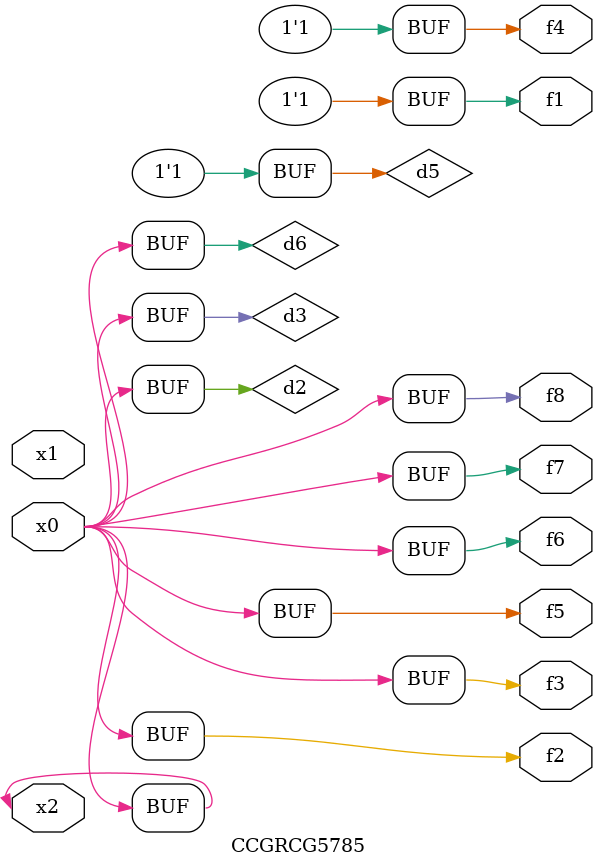
<source format=v>
module CCGRCG5785(
	input x0, x1, x2,
	output f1, f2, f3, f4, f5, f6, f7, f8
);

	wire d1, d2, d3, d4, d5, d6;

	xnor (d1, x2);
	buf (d2, x0, x2);
	and (d3, x0);
	xnor (d4, x1, x2);
	nand (d5, d1, d3);
	buf (d6, d2, d3);
	assign f1 = d5;
	assign f2 = d6;
	assign f3 = d6;
	assign f4 = d5;
	assign f5 = d6;
	assign f6 = d6;
	assign f7 = d6;
	assign f8 = d6;
endmodule

</source>
